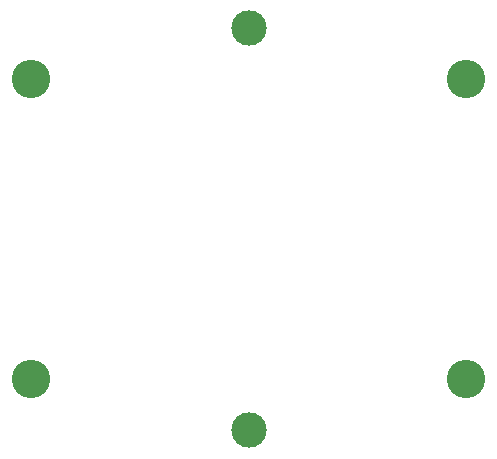
<source format=gbs>
G75*
%MOIN*%
%OFA0B0*%
%FSLAX25Y25*%
%IPPOS*%
%LPD*%
%AMOC8*
5,1,8,0,0,1.08239X$1,22.5*
%
%ADD10C,0.12800*%
%ADD11C,0.11800*%
D10*
X0134088Y0075000D03*
X0279088Y0075000D03*
X0279088Y0175000D03*
X0134088Y0175000D03*
D11*
X0206588Y0192000D03*
X0206588Y0058000D03*
M02*

</source>
